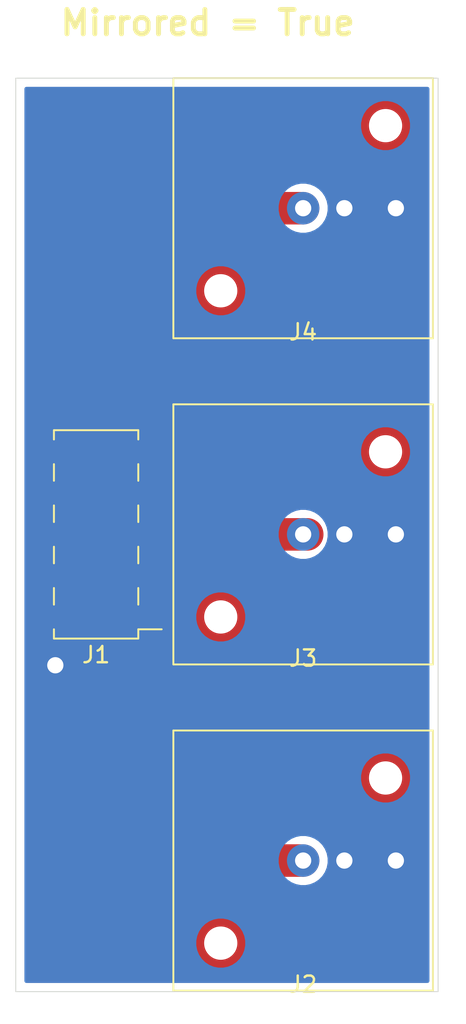
<source format=kicad_pcb>
(kicad_pcb (version 20171130) (host pcbnew 5.1.5-52549c5~84~ubuntu18.04.1)

  (general
    (thickness 1.6)
    (drawings 12)
    (tracks 18)
    (zones 0)
    (modules 4)
    (nets 5)
  )

  (page A4)
  (layers
    (0 F.Cu signal)
    (31 B.Cu signal)
    (32 B.Adhes user hide)
    (33 F.Adhes user hide)
    (34 B.Paste user)
    (35 F.Paste user)
    (36 B.SilkS user hide)
    (37 F.SilkS user)
    (38 B.Mask user hide)
    (39 F.Mask user hide)
    (40 Dwgs.User user hide)
    (41 Cmts.User user hide)
    (42 Eco1.User user hide)
    (43 Eco2.User user hide)
    (44 Edge.Cuts user)
    (45 Margin user hide)
    (46 B.CrtYd user hide)
    (47 F.CrtYd user hide)
    (48 B.Fab user hide)
    (49 F.Fab user hide)
  )

  (setup
    (last_trace_width 1)
    (user_trace_width 0.5)
    (user_trace_width 1)
    (trace_clearance 0.2)
    (zone_clearance 0.508)
    (zone_45_only no)
    (trace_min 0.2)
    (via_size 0.8)
    (via_drill 0.4)
    (via_min_size 0.4)
    (via_min_drill 0.3)
    (user_via 2 1)
    (uvia_size 0.3)
    (uvia_drill 0.1)
    (uvias_allowed no)
    (uvia_min_size 0.2)
    (uvia_min_drill 0.1)
    (edge_width 0.05)
    (segment_width 0.2)
    (pcb_text_width 0.3)
    (pcb_text_size 1.5 1.5)
    (mod_edge_width 0.12)
    (mod_text_size 1 1)
    (mod_text_width 0.15)
    (pad_size 2 2)
    (pad_drill 2)
    (pad_to_mask_clearance 0.051)
    (solder_mask_min_width 0.25)
    (aux_axis_origin 0 0)
    (visible_elements FFFFFF7F)
    (pcbplotparams
      (layerselection 0x01000_7fffffff)
      (usegerberextensions false)
      (usegerberattributes false)
      (usegerberadvancedattributes false)
      (creategerberjobfile false)
      (excludeedgelayer true)
      (linewidth 0.100000)
      (plotframeref false)
      (viasonmask false)
      (mode 1)
      (useauxorigin false)
      (hpglpennumber 1)
      (hpglpenspeed 20)
      (hpglpendiameter 15.000000)
      (psnegative true)
      (psa4output false)
      (plotreference true)
      (plotvalue true)
      (plotinvisibletext false)
      (padsonsilk false)
      (subtractmaskfromsilk false)
      (outputformat 5)
      (mirror false)
      (drillshape 2)
      (scaleselection 1)
      (outputdirectory ""))
  )

  (net 0 "")
  (net 1 /FUNC_SYNC_OUT)
  (net 2 GNDS)
  (net 3 /FUNC_SIG_OUT)
  (net 4 /TRIG_SIG_IN)

  (net_class Default "This is the default net class."
    (clearance 0.2)
    (trace_width 0.25)
    (via_dia 0.8)
    (via_drill 0.4)
    (uvia_dia 0.3)
    (uvia_drill 0.1)
    (add_net /FUNC_SIG_OUT)
    (add_net /FUNC_SYNC_OUT)
    (add_net /TRIG_SIG_IN)
    (add_net GNDS)
  )

  (module RSProStraight50OhmPCBMountBulkheadFittingBNC_5260279:RSProStraight50OhmPCBMountBulkheadFittingBNC_5260279 (layer F.Cu) (tedit 5E8790D4) (tstamp 5E81F104)
    (at 144.7165 27.051 180)
    (path /5E6AEC19)
    (fp_text reference J4 (at 0 -7.62) (layer F.SilkS)
      (effects (font (size 1 1) (thickness 0.15)))
    )
    (fp_text value Conn_Coaxial (at 0 -10.16) (layer F.Fab)
      (effects (font (size 1 1) (thickness 0.15)))
    )
    (fp_circle (center 0 0) (end 6.883587 0) (layer F.Fab) (width 0.2))
    (fp_circle (center 0 0) (end 9.958873 0) (layer F.Fab) (width 0.2))
    (fp_line (start -8.001 8.001) (end 8.001 8.001) (layer B.CrtYd) (width 0.12))
    (fp_line (start -8.001 8.001) (end -8.001 -8.001) (layer B.CrtYd) (width 0.12))
    (fp_line (start -8.001 -8.001) (end 8.001 -8.001) (layer B.CrtYd) (width 0.12))
    (fp_line (start 8.001 -8.001) (end 8.001 8.001) (layer B.CrtYd) (width 0.12))
    (fp_line (start 8.001 -8.001) (end 8.001 8.001) (layer F.CrtYd) (width 0.12))
    (fp_line (start -8.001 8.001) (end 8.001 8.001) (layer F.CrtYd) (width 0.12))
    (fp_line (start -8.001 -8.001) (end 8.001 -8.001) (layer F.CrtYd) (width 0.12))
    (fp_line (start -8.001 8.001) (end -8.001 -8.001) (layer F.CrtYd) (width 0.12))
    (fp_line (start -8.001 -8.001) (end 8.001 -8.001) (layer F.SilkS) (width 0.12))
    (fp_line (start 8.001 -8.001) (end 8.001 8.001) (layer F.SilkS) (width 0.12))
    (fp_line (start -8.001 8.001) (end 8.001 8.001) (layer F.SilkS) (width 0.12))
    (fp_line (start -8.001 8.001) (end -8.001 -8.001) (layer F.SilkS) (width 0.12))
    (pad 2 thru_hole circle (at -2.54 0 180) (size 2 2) (drill 1) (layers *.Cu *.Mask)
      (net 2 GNDS))
    (pad 1 thru_hole circle (at 0 0 180) (size 2 2) (drill 1) (layers *.Cu *.Mask)
      (net 4 /TRIG_SIG_IN))
    (pad "" np_thru_hole circle (at -5.08 5.08 180) (size 2 2) (drill 2) (layers *.Cu *.Mask))
    (pad "" np_thru_hole circle (at 5.08 -5.08 180) (size 2 2) (drill 2) (layers *.Cu *.Mask))
  )

  (module RSProStraight50OhmPCBMountBulkheadFittingBNC_5260279:RSProStraight50OhmPCBMountBulkheadFittingBNC_5260279 (layer F.Cu) (tedit 5E8790D8) (tstamp 5E81F0F4)
    (at 144.7165 47.117 180)
    (path /5E6AE5E3)
    (fp_text reference J3 (at 0 -7.62) (layer F.SilkS)
      (effects (font (size 1 1) (thickness 0.15)))
    )
    (fp_text value Conn_Coaxial (at 0 -10.16) (layer F.Fab)
      (effects (font (size 1 1) (thickness 0.15)))
    )
    (fp_circle (center 0 0) (end 6.883587 0) (layer F.Fab) (width 0.2))
    (fp_circle (center 0 0) (end 9.958873 0) (layer F.Fab) (width 0.2))
    (fp_line (start -8.001 8.001) (end 8.001 8.001) (layer B.CrtYd) (width 0.12))
    (fp_line (start -8.001 8.001) (end -8.001 -8.001) (layer B.CrtYd) (width 0.12))
    (fp_line (start -8.001 -8.001) (end 8.001 -8.001) (layer B.CrtYd) (width 0.12))
    (fp_line (start 8.001 -8.001) (end 8.001 8.001) (layer B.CrtYd) (width 0.12))
    (fp_line (start 8.001 -8.001) (end 8.001 8.001) (layer F.CrtYd) (width 0.12))
    (fp_line (start -8.001 8.001) (end 8.001 8.001) (layer F.CrtYd) (width 0.12))
    (fp_line (start -8.001 -8.001) (end 8.001 -8.001) (layer F.CrtYd) (width 0.12))
    (fp_line (start -8.001 8.001) (end -8.001 -8.001) (layer F.CrtYd) (width 0.12))
    (fp_line (start -8.001 -8.001) (end 8.001 -8.001) (layer F.SilkS) (width 0.12))
    (fp_line (start 8.001 -8.001) (end 8.001 8.001) (layer F.SilkS) (width 0.12))
    (fp_line (start -8.001 8.001) (end 8.001 8.001) (layer F.SilkS) (width 0.12))
    (fp_line (start -8.001 8.001) (end -8.001 -8.001) (layer F.SilkS) (width 0.12))
    (pad 2 thru_hole circle (at -2.54 0 180) (size 2 2) (drill 1) (layers *.Cu *.Mask)
      (net 2 GNDS))
    (pad 1 thru_hole circle (at 0 0 180) (size 2 2) (drill 1) (layers *.Cu *.Mask)
      (net 3 /FUNC_SIG_OUT))
    (pad "" np_thru_hole circle (at -5.08 5.08 180) (size 2 2) (drill 2) (layers *.Cu *.Mask))
    (pad "" np_thru_hole circle (at 5.08 -5.08 180) (size 2 2) (drill 2) (layers *.Cu *.Mask))
  )

  (module RSProStraight50OhmPCBMountBulkheadFittingBNC_5260279:RSProStraight50OhmPCBMountBulkheadFittingBNC_5260279 (layer F.Cu) (tedit 5E878ADA) (tstamp 5E826724)
    (at 144.7165 67.183 180)
    (path /5E6AC675)
    (fp_text reference J2 (at 0 -7.62 180) (layer F.SilkS)
      (effects (font (size 1 1) (thickness 0.15)))
    )
    (fp_text value Conn_Coaxial (at 0 -10.16 180) (layer F.Fab)
      (effects (font (size 1 1) (thickness 0.15)))
    )
    (fp_circle (center 0 0) (end 6.883587 0) (layer F.Fab) (width 0.2))
    (fp_circle (center 0 0) (end 9.958873 0) (layer F.Fab) (width 0.2))
    (fp_line (start -8.001 8.001) (end 8.001 8.001) (layer B.CrtYd) (width 0.12))
    (fp_line (start -8.001 8.001) (end -8.001 -8.001) (layer B.CrtYd) (width 0.12))
    (fp_line (start -8.001 -8.001) (end 8.001 -8.001) (layer B.CrtYd) (width 0.12))
    (fp_line (start 8.001 -8.001) (end 8.001 8.001) (layer B.CrtYd) (width 0.12))
    (fp_line (start 8.001 -8.001) (end 8.001 8.001) (layer F.CrtYd) (width 0.12))
    (fp_line (start -8.001 8.001) (end 8.001 8.001) (layer F.CrtYd) (width 0.12))
    (fp_line (start -8.001 -8.001) (end 8.001 -8.001) (layer F.CrtYd) (width 0.12))
    (fp_line (start -8.001 8.001) (end -8.001 -8.001) (layer F.CrtYd) (width 0.12))
    (fp_line (start -8.001 -8.001) (end 8.001 -8.001) (layer F.SilkS) (width 0.12))
    (fp_line (start 8.001 -8.001) (end 8.001 8.001) (layer F.SilkS) (width 0.12))
    (fp_line (start -8.001 8.001) (end 8.001 8.001) (layer F.SilkS) (width 0.12))
    (fp_line (start -8.001 8.001) (end -8.001 -8.001) (layer F.SilkS) (width 0.12))
    (pad 2 thru_hole circle (at -2.54 0 180) (size 2 2) (drill 1) (layers *.Cu *.Mask)
      (net 2 GNDS))
    (pad 1 thru_hole circle (at 0 0 180) (size 2 2) (drill 1) (layers *.Cu *.Mask)
      (net 1 /FUNC_SYNC_OUT))
    (pad "" np_thru_hole circle (at -5.08 5.08 180) (size 2 2) (drill 2) (layers *.Cu *.Mask))
    (pad "" np_thru_hole circle (at 5.08 -5.08 180) (size 2 2) (drill 2) (layers *.Cu *.Mask))
  )

  (module Connector_PinHeader_2.54mm:PinHeader_2x05_P2.54mm_Vertical_SMD (layer F.Cu) (tedit 59FED5CC) (tstamp 5E816AF3)
    (at 131.953 47.117 180)
    (descr "surface-mounted straight pin header, 2x05, 2.54mm pitch, double rows")
    (tags "Surface mounted pin header SMD 2x05 2.54mm double row")
    (path /5E6ADD5B)
    (attr smd)
    (fp_text reference J1 (at 0 -7.41) (layer F.SilkS)
      (effects (font (size 1 1) (thickness 0.15)))
    )
    (fp_text value Conn_02x05_Odd_Even (at 0 7.41) (layer F.Fab)
      (effects (font (size 1 1) (thickness 0.15)))
    )
    (fp_line (start 2.54 6.35) (end -2.54 6.35) (layer F.Fab) (width 0.1))
    (fp_line (start -1.59 -6.35) (end 2.54 -6.35) (layer F.Fab) (width 0.1))
    (fp_line (start -2.54 6.35) (end -2.54 -5.4) (layer F.Fab) (width 0.1))
    (fp_line (start -2.54 -5.4) (end -1.59 -6.35) (layer F.Fab) (width 0.1))
    (fp_line (start 2.54 -6.35) (end 2.54 6.35) (layer F.Fab) (width 0.1))
    (fp_line (start -2.54 -5.4) (end -3.6 -5.4) (layer F.Fab) (width 0.1))
    (fp_line (start -3.6 -5.4) (end -3.6 -4.76) (layer F.Fab) (width 0.1))
    (fp_line (start -3.6 -4.76) (end -2.54 -4.76) (layer F.Fab) (width 0.1))
    (fp_line (start 2.54 -5.4) (end 3.6 -5.4) (layer F.Fab) (width 0.1))
    (fp_line (start 3.6 -5.4) (end 3.6 -4.76) (layer F.Fab) (width 0.1))
    (fp_line (start 3.6 -4.76) (end 2.54 -4.76) (layer F.Fab) (width 0.1))
    (fp_line (start -2.54 -2.86) (end -3.6 -2.86) (layer F.Fab) (width 0.1))
    (fp_line (start -3.6 -2.86) (end -3.6 -2.22) (layer F.Fab) (width 0.1))
    (fp_line (start -3.6 -2.22) (end -2.54 -2.22) (layer F.Fab) (width 0.1))
    (fp_line (start 2.54 -2.86) (end 3.6 -2.86) (layer F.Fab) (width 0.1))
    (fp_line (start 3.6 -2.86) (end 3.6 -2.22) (layer F.Fab) (width 0.1))
    (fp_line (start 3.6 -2.22) (end 2.54 -2.22) (layer F.Fab) (width 0.1))
    (fp_line (start -2.54 -0.32) (end -3.6 -0.32) (layer F.Fab) (width 0.1))
    (fp_line (start -3.6 -0.32) (end -3.6 0.32) (layer F.Fab) (width 0.1))
    (fp_line (start -3.6 0.32) (end -2.54 0.32) (layer F.Fab) (width 0.1))
    (fp_line (start 2.54 -0.32) (end 3.6 -0.32) (layer F.Fab) (width 0.1))
    (fp_line (start 3.6 -0.32) (end 3.6 0.32) (layer F.Fab) (width 0.1))
    (fp_line (start 3.6 0.32) (end 2.54 0.32) (layer F.Fab) (width 0.1))
    (fp_line (start -2.54 2.22) (end -3.6 2.22) (layer F.Fab) (width 0.1))
    (fp_line (start -3.6 2.22) (end -3.6 2.86) (layer F.Fab) (width 0.1))
    (fp_line (start -3.6 2.86) (end -2.54 2.86) (layer F.Fab) (width 0.1))
    (fp_line (start 2.54 2.22) (end 3.6 2.22) (layer F.Fab) (width 0.1))
    (fp_line (start 3.6 2.22) (end 3.6 2.86) (layer F.Fab) (width 0.1))
    (fp_line (start 3.6 2.86) (end 2.54 2.86) (layer F.Fab) (width 0.1))
    (fp_line (start -2.54 4.76) (end -3.6 4.76) (layer F.Fab) (width 0.1))
    (fp_line (start -3.6 4.76) (end -3.6 5.4) (layer F.Fab) (width 0.1))
    (fp_line (start -3.6 5.4) (end -2.54 5.4) (layer F.Fab) (width 0.1))
    (fp_line (start 2.54 4.76) (end 3.6 4.76) (layer F.Fab) (width 0.1))
    (fp_line (start 3.6 4.76) (end 3.6 5.4) (layer F.Fab) (width 0.1))
    (fp_line (start 3.6 5.4) (end 2.54 5.4) (layer F.Fab) (width 0.1))
    (fp_line (start -2.6 -6.41) (end 2.6 -6.41) (layer F.SilkS) (width 0.12))
    (fp_line (start -2.6 6.41) (end 2.6 6.41) (layer F.SilkS) (width 0.12))
    (fp_line (start -4.04 -5.84) (end -2.6 -5.84) (layer F.SilkS) (width 0.12))
    (fp_line (start -2.6 -6.41) (end -2.6 -5.84) (layer F.SilkS) (width 0.12))
    (fp_line (start 2.6 -6.41) (end 2.6 -5.84) (layer F.SilkS) (width 0.12))
    (fp_line (start -2.6 5.84) (end -2.6 6.41) (layer F.SilkS) (width 0.12))
    (fp_line (start 2.6 5.84) (end 2.6 6.41) (layer F.SilkS) (width 0.12))
    (fp_line (start -2.6 -4.32) (end -2.6 -3.3) (layer F.SilkS) (width 0.12))
    (fp_line (start 2.6 -4.32) (end 2.6 -3.3) (layer F.SilkS) (width 0.12))
    (fp_line (start -2.6 -1.78) (end -2.6 -0.76) (layer F.SilkS) (width 0.12))
    (fp_line (start 2.6 -1.78) (end 2.6 -0.76) (layer F.SilkS) (width 0.12))
    (fp_line (start -2.6 0.76) (end -2.6 1.78) (layer F.SilkS) (width 0.12))
    (fp_line (start 2.6 0.76) (end 2.6 1.78) (layer F.SilkS) (width 0.12))
    (fp_line (start -2.6 3.3) (end -2.6 4.32) (layer F.SilkS) (width 0.12))
    (fp_line (start 2.6 3.3) (end 2.6 4.32) (layer F.SilkS) (width 0.12))
    (fp_line (start -5.9 -6.85) (end -5.9 6.85) (layer F.CrtYd) (width 0.05))
    (fp_line (start -5.9 6.85) (end 5.9 6.85) (layer F.CrtYd) (width 0.05))
    (fp_line (start 5.9 6.85) (end 5.9 -6.85) (layer F.CrtYd) (width 0.05))
    (fp_line (start 5.9 -6.85) (end -5.9 -6.85) (layer F.CrtYd) (width 0.05))
    (fp_text user %R (at 0 0 90) (layer F.Fab)
      (effects (font (size 1 1) (thickness 0.15)))
    )
    (pad 1 smd rect (at -2.525 -5.08 180) (size 3.15 1) (layers F.Cu F.Paste F.Mask)
      (net 1 /FUNC_SYNC_OUT))
    (pad 2 smd rect (at 2.525 -5.08 180) (size 3.15 1) (layers F.Cu F.Paste F.Mask)
      (net 2 GNDS))
    (pad 3 smd rect (at -2.525 -2.54 180) (size 3.15 1) (layers F.Cu F.Paste F.Mask)
      (net 2 GNDS))
    (pad 4 smd rect (at 2.525 -2.54 180) (size 3.15 1) (layers F.Cu F.Paste F.Mask)
      (net 2 GNDS))
    (pad 5 smd rect (at -2.525 0 180) (size 3.15 1) (layers F.Cu F.Paste F.Mask)
      (net 3 /FUNC_SIG_OUT))
    (pad 6 smd rect (at 2.525 0 180) (size 3.15 1) (layers F.Cu F.Paste F.Mask)
      (net 2 GNDS))
    (pad 7 smd rect (at -2.525 2.54 180) (size 3.15 1) (layers F.Cu F.Paste F.Mask)
      (net 2 GNDS))
    (pad 8 smd rect (at 2.525 2.54 180) (size 3.15 1) (layers F.Cu F.Paste F.Mask)
      (net 2 GNDS))
    (pad 9 smd rect (at -2.525 5.08 180) (size 3.15 1) (layers F.Cu F.Paste F.Mask)
      (net 4 /TRIG_SIG_IN))
    (pad 10 smd rect (at 2.525 5.08 180) (size 3.15 1) (layers F.Cu F.Paste F.Mask)
      (net 2 GNDS))
    (model ${KISYS3DMOD}/Connector_PinHeader_2.54mm.3dshapes/PinHeader_2x05_P2.54mm_Vertical_SMD.wrl
      (at (xyz 0 0 0))
      (scale (xyz 1 1 1))
      (rotate (xyz 0 0 0))
    )
  )

  (gr_text "Mirrored = True" (at 138.8364 15.6464) (layer F.SilkS)
    (effects (font (size 1.5 1.5) (thickness 0.3)))
  )
  (gr_circle (center 139.6365 72.263) (end 141.1605 72.263) (layer F.Cu) (width 1) (tstamp 5E87972B))
  (gr_circle (center 149.7965 62.103) (end 151.3205 62.103) (layer F.Cu) (width 1) (tstamp 5E87972B))
  (gr_circle (center 139.6365 52.197) (end 141.1605 52.197) (layer F.Cu) (width 1) (tstamp 5E87972B))
  (gr_circle (center 149.7965 42.037) (end 151.3205 42.037) (layer F.Cu) (width 1) (tstamp 5E87972B))
  (gr_circle (center 139.6365 32.131) (end 141.1605 32.131) (layer F.Cu) (width 1) (tstamp 5E87972B))
  (gr_circle (center 149.7965 21.971) (end 151.3205 21.971) (layer F.Cu) (width 1) (tstamp 5E868FF3))
  (gr_text "Print Layers:\n- B.Cu\n- Dwgs.User\n\nPrint options:\n- \"Exclude PCB edge\" = True\n- \"MIrrored\" = TRUE" (at 77.724 37.846) (layer Cmts.User)
    (effects (font (size 1 1) (thickness 0.15)) (justify left))
  )
  (gr_line (start 127 19.05) (end 127 75.2475) (layer Edge.Cuts) (width 0.05) (tstamp 5E816B37))
  (gr_line (start 127 75.2475) (end 153.035 75.2475) (layer Edge.Cuts) (width 0.05) (tstamp 5E816AF0))
  (gr_line (start 153.035 75.2475) (end 153.035 19.05) (layer Edge.Cuts) (width 0.05) (tstamp 5E82666B))
  (gr_line (start 153.035 19.05) (end 127 19.05) (layer Edge.Cuts) (width 0.05) (tstamp 5E816AE5))

  (segment (start 144.7165 67.183) (end 141.605 67.183) (width 2) (layer F.Cu) (net 1))
  (segment (start 134.478 60.056) (end 134.478 52.197) (width 2) (layer F.Cu) (net 1))
  (segment (start 141.605 67.183) (end 134.478 60.056) (width 2) (layer F.Cu) (net 1))
  (segment (start 134.478 44.577) (end 129.428 44.577) (width 1) (layer F.Cu) (net 2))
  (segment (start 129.428 42.037) (end 129.428 55.133) (width 2) (layer F.Cu) (net 2))
  (via (at 129.4384 55.1688) (size 2) (drill 1) (layers F.Cu B.Cu) (net 2))
  (segment (start 129.428 55.133) (end 129.4765 55.1815) (width 1) (layer F.Cu) (net 2))
  (segment (start 129.428 49.657) (end 134.478 49.657) (width 1) (layer F.Cu) (net 2))
  (segment (start 147.2565 47.117) (end 150.4315 47.117) (width 2) (layer F.Cu) (net 2))
  (via (at 150.4315 47.117) (size 2) (drill 1) (layers F.Cu B.Cu) (net 2))
  (segment (start 147.2565 67.183) (end 150.4315 67.183) (width 2) (layer F.Cu) (net 2))
  (via (at 150.4315 67.183) (size 2) (drill 1) (layers F.Cu B.Cu) (net 2))
  (segment (start 147.2565 27.051) (end 150.4315 27.051) (width 2) (layer F.Cu) (net 2))
  (via (at 150.4315 27.051) (size 2) (drill 1) (layers F.Cu B.Cu) (net 2))
  (segment (start 134.478 47.117) (end 144.9705 47.117) (width 2) (layer F.Cu) (net 3))
  (segment (start 144.7165 27.051) (end 137.2235 27.051) (width 2) (layer F.Cu) (net 4))
  (segment (start 134.478 29.7965) (end 134.478 42.037) (width 2) (layer F.Cu) (net 4))
  (segment (start 137.2235 27.051) (end 134.478 29.7965) (width 2) (layer F.Cu) (net 4))

  (zone (net 2) (net_name GNDS) (layer B.Cu) (tstamp 0) (hatch edge 0.508)
    (connect_pads yes (clearance 0.508))
    (min_thickness 0.254)
    (fill yes (arc_segments 32) (thermal_gap 0.508) (thermal_bridge_width 0.508))
    (polygon
      (pts
        (xy 153.035 75.565) (xy 127 75.565) (xy 127 19.05) (xy 153.035 19.05)
      )
    )
    (filled_polygon
      (pts
        (xy 152.375 74.5875) (xy 127.66 74.5875) (xy 127.66 72.101967) (xy 138.0015 72.101967) (xy 138.0015 72.424033)
        (xy 138.064332 72.739912) (xy 138.187582 73.037463) (xy 138.366513 73.305252) (xy 138.594248 73.532987) (xy 138.862037 73.711918)
        (xy 139.159588 73.835168) (xy 139.475467 73.898) (xy 139.797533 73.898) (xy 140.113412 73.835168) (xy 140.410963 73.711918)
        (xy 140.678752 73.532987) (xy 140.906487 73.305252) (xy 141.085418 73.037463) (xy 141.208668 72.739912) (xy 141.2715 72.424033)
        (xy 141.2715 72.101967) (xy 141.208668 71.786088) (xy 141.085418 71.488537) (xy 140.906487 71.220748) (xy 140.678752 70.993013)
        (xy 140.410963 70.814082) (xy 140.113412 70.690832) (xy 139.797533 70.628) (xy 139.475467 70.628) (xy 139.159588 70.690832)
        (xy 138.862037 70.814082) (xy 138.594248 70.993013) (xy 138.366513 71.220748) (xy 138.187582 71.488537) (xy 138.064332 71.786088)
        (xy 138.0015 72.101967) (xy 127.66 72.101967) (xy 127.66 67.021967) (xy 143.0815 67.021967) (xy 143.0815 67.344033)
        (xy 143.144332 67.659912) (xy 143.267582 67.957463) (xy 143.446513 68.225252) (xy 143.674248 68.452987) (xy 143.942037 68.631918)
        (xy 144.239588 68.755168) (xy 144.555467 68.818) (xy 144.877533 68.818) (xy 145.193412 68.755168) (xy 145.490963 68.631918)
        (xy 145.758752 68.452987) (xy 145.986487 68.225252) (xy 146.165418 67.957463) (xy 146.288668 67.659912) (xy 146.3515 67.344033)
        (xy 146.3515 67.021967) (xy 146.288668 66.706088) (xy 146.165418 66.408537) (xy 145.986487 66.140748) (xy 145.758752 65.913013)
        (xy 145.490963 65.734082) (xy 145.193412 65.610832) (xy 144.877533 65.548) (xy 144.555467 65.548) (xy 144.239588 65.610832)
        (xy 143.942037 65.734082) (xy 143.674248 65.913013) (xy 143.446513 66.140748) (xy 143.267582 66.408537) (xy 143.144332 66.706088)
        (xy 143.0815 67.021967) (xy 127.66 67.021967) (xy 127.66 61.941967) (xy 148.1615 61.941967) (xy 148.1615 62.264033)
        (xy 148.224332 62.579912) (xy 148.347582 62.877463) (xy 148.526513 63.145252) (xy 148.754248 63.372987) (xy 149.022037 63.551918)
        (xy 149.319588 63.675168) (xy 149.635467 63.738) (xy 149.957533 63.738) (xy 150.273412 63.675168) (xy 150.570963 63.551918)
        (xy 150.838752 63.372987) (xy 151.066487 63.145252) (xy 151.245418 62.877463) (xy 151.368668 62.579912) (xy 151.4315 62.264033)
        (xy 151.4315 61.941967) (xy 151.368668 61.626088) (xy 151.245418 61.328537) (xy 151.066487 61.060748) (xy 150.838752 60.833013)
        (xy 150.570963 60.654082) (xy 150.273412 60.530832) (xy 149.957533 60.468) (xy 149.635467 60.468) (xy 149.319588 60.530832)
        (xy 149.022037 60.654082) (xy 148.754248 60.833013) (xy 148.526513 61.060748) (xy 148.347582 61.328537) (xy 148.224332 61.626088)
        (xy 148.1615 61.941967) (xy 127.66 61.941967) (xy 127.66 52.035967) (xy 138.0015 52.035967) (xy 138.0015 52.358033)
        (xy 138.064332 52.673912) (xy 138.187582 52.971463) (xy 138.366513 53.239252) (xy 138.594248 53.466987) (xy 138.862037 53.645918)
        (xy 139.159588 53.769168) (xy 139.475467 53.832) (xy 139.797533 53.832) (xy 140.113412 53.769168) (xy 140.410963 53.645918)
        (xy 140.678752 53.466987) (xy 140.906487 53.239252) (xy 141.085418 52.971463) (xy 141.208668 52.673912) (xy 141.2715 52.358033)
        (xy 141.2715 52.035967) (xy 141.208668 51.720088) (xy 141.085418 51.422537) (xy 140.906487 51.154748) (xy 140.678752 50.927013)
        (xy 140.410963 50.748082) (xy 140.113412 50.624832) (xy 139.797533 50.562) (xy 139.475467 50.562) (xy 139.159588 50.624832)
        (xy 138.862037 50.748082) (xy 138.594248 50.927013) (xy 138.366513 51.154748) (xy 138.187582 51.422537) (xy 138.064332 51.720088)
        (xy 138.0015 52.035967) (xy 127.66 52.035967) (xy 127.66 46.955967) (xy 143.0815 46.955967) (xy 143.0815 47.278033)
        (xy 143.144332 47.593912) (xy 143.267582 47.891463) (xy 143.446513 48.159252) (xy 143.674248 48.386987) (xy 143.942037 48.565918)
        (xy 144.239588 48.689168) (xy 144.555467 48.752) (xy 144.877533 48.752) (xy 145.193412 48.689168) (xy 145.490963 48.565918)
        (xy 145.758752 48.386987) (xy 145.986487 48.159252) (xy 146.165418 47.891463) (xy 146.288668 47.593912) (xy 146.3515 47.278033)
        (xy 146.3515 46.955967) (xy 146.288668 46.640088) (xy 146.165418 46.342537) (xy 145.986487 46.074748) (xy 145.758752 45.847013)
        (xy 145.490963 45.668082) (xy 145.193412 45.544832) (xy 144.877533 45.482) (xy 144.555467 45.482) (xy 144.239588 45.544832)
        (xy 143.942037 45.668082) (xy 143.674248 45.847013) (xy 143.446513 46.074748) (xy 143.267582 46.342537) (xy 143.144332 46.640088)
        (xy 143.0815 46.955967) (xy 127.66 46.955967) (xy 127.66 41.875967) (xy 148.1615 41.875967) (xy 148.1615 42.198033)
        (xy 148.224332 42.513912) (xy 148.347582 42.811463) (xy 148.526513 43.079252) (xy 148.754248 43.306987) (xy 149.022037 43.485918)
        (xy 149.319588 43.609168) (xy 149.635467 43.672) (xy 149.957533 43.672) (xy 150.273412 43.609168) (xy 150.570963 43.485918)
        (xy 150.838752 43.306987) (xy 151.066487 43.079252) (xy 151.245418 42.811463) (xy 151.368668 42.513912) (xy 151.4315 42.198033)
        (xy 151.4315 41.875967) (xy 151.368668 41.560088) (xy 151.245418 41.262537) (xy 151.066487 40.994748) (xy 150.838752 40.767013)
        (xy 150.570963 40.588082) (xy 150.273412 40.464832) (xy 149.957533 40.402) (xy 149.635467 40.402) (xy 149.319588 40.464832)
        (xy 149.022037 40.588082) (xy 148.754248 40.767013) (xy 148.526513 40.994748) (xy 148.347582 41.262537) (xy 148.224332 41.560088)
        (xy 148.1615 41.875967) (xy 127.66 41.875967) (xy 127.66 31.969967) (xy 138.0015 31.969967) (xy 138.0015 32.292033)
        (xy 138.064332 32.607912) (xy 138.187582 32.905463) (xy 138.366513 33.173252) (xy 138.594248 33.400987) (xy 138.862037 33.579918)
        (xy 139.159588 33.703168) (xy 139.475467 33.766) (xy 139.797533 33.766) (xy 140.113412 33.703168) (xy 140.410963 33.579918)
        (xy 140.678752 33.400987) (xy 140.906487 33.173252) (xy 141.085418 32.905463) (xy 141.208668 32.607912) (xy 141.2715 32.292033)
        (xy 141.2715 31.969967) (xy 141.208668 31.654088) (xy 141.085418 31.356537) (xy 140.906487 31.088748) (xy 140.678752 30.861013)
        (xy 140.410963 30.682082) (xy 140.113412 30.558832) (xy 139.797533 30.496) (xy 139.475467 30.496) (xy 139.159588 30.558832)
        (xy 138.862037 30.682082) (xy 138.594248 30.861013) (xy 138.366513 31.088748) (xy 138.187582 31.356537) (xy 138.064332 31.654088)
        (xy 138.0015 31.969967) (xy 127.66 31.969967) (xy 127.66 26.889967) (xy 143.0815 26.889967) (xy 143.0815 27.212033)
        (xy 143.144332 27.527912) (xy 143.267582 27.825463) (xy 143.446513 28.093252) (xy 143.674248 28.320987) (xy 143.942037 28.499918)
        (xy 144.239588 28.623168) (xy 144.555467 28.686) (xy 144.877533 28.686) (xy 145.193412 28.623168) (xy 145.490963 28.499918)
        (xy 145.758752 28.320987) (xy 145.986487 28.093252) (xy 146.165418 27.825463) (xy 146.288668 27.527912) (xy 146.3515 27.212033)
        (xy 146.3515 26.889967) (xy 146.288668 26.574088) (xy 146.165418 26.276537) (xy 145.986487 26.008748) (xy 145.758752 25.781013)
        (xy 145.490963 25.602082) (xy 145.193412 25.478832) (xy 144.877533 25.416) (xy 144.555467 25.416) (xy 144.239588 25.478832)
        (xy 143.942037 25.602082) (xy 143.674248 25.781013) (xy 143.446513 26.008748) (xy 143.267582 26.276537) (xy 143.144332 26.574088)
        (xy 143.0815 26.889967) (xy 127.66 26.889967) (xy 127.66 21.809967) (xy 148.1615 21.809967) (xy 148.1615 22.132033)
        (xy 148.224332 22.447912) (xy 148.347582 22.745463) (xy 148.526513 23.013252) (xy 148.754248 23.240987) (xy 149.022037 23.419918)
        (xy 149.319588 23.543168) (xy 149.635467 23.606) (xy 149.957533 23.606) (xy 150.273412 23.543168) (xy 150.570963 23.419918)
        (xy 150.838752 23.240987) (xy 151.066487 23.013252) (xy 151.245418 22.745463) (xy 151.368668 22.447912) (xy 151.4315 22.132033)
        (xy 151.4315 21.809967) (xy 151.368668 21.494088) (xy 151.245418 21.196537) (xy 151.066487 20.928748) (xy 150.838752 20.701013)
        (xy 150.570963 20.522082) (xy 150.273412 20.398832) (xy 149.957533 20.336) (xy 149.635467 20.336) (xy 149.319588 20.398832)
        (xy 149.022037 20.522082) (xy 148.754248 20.701013) (xy 148.526513 20.928748) (xy 148.347582 21.196537) (xy 148.224332 21.494088)
        (xy 148.1615 21.809967) (xy 127.66 21.809967) (xy 127.66 19.71) (xy 152.375001 19.71)
      )
    )
  )
)

</source>
